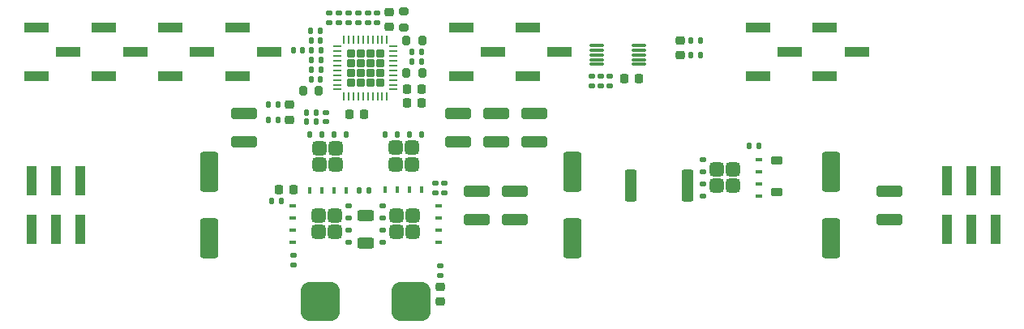
<source format=gtp>
G04 #@! TF.GenerationSoftware,KiCad,Pcbnew,8.0.7*
G04 #@! TF.CreationDate,2025-05-16T22:33:28-04:00*
G04 #@! TF.ProjectId,protovolt,70726f74-6f76-46f6-9c74-2e6b69636164,rev?*
G04 #@! TF.SameCoordinates,Original*
G04 #@! TF.FileFunction,Paste,Top*
G04 #@! TF.FilePolarity,Positive*
%FSLAX46Y46*%
G04 Gerber Fmt 4.6, Leading zero omitted, Abs format (unit mm)*
G04 Created by KiCad (PCBNEW 8.0.7) date 2025-05-16 22:33:28*
%MOMM*%
%LPD*%
G01*
G04 APERTURE LIST*
G04 Aperture macros list*
%AMRoundRect*
0 Rectangle with rounded corners*
0 $1 Rounding radius*
0 $2 $3 $4 $5 $6 $7 $8 $9 X,Y pos of 4 corners*
0 Add a 4 corners polygon primitive as box body*
4,1,4,$2,$3,$4,$5,$6,$7,$8,$9,$2,$3,0*
0 Add four circle primitives for the rounded corners*
1,1,$1+$1,$2,$3*
1,1,$1+$1,$4,$5*
1,1,$1+$1,$6,$7*
1,1,$1+$1,$8,$9*
0 Add four rect primitives between the rounded corners*
20,1,$1+$1,$2,$3,$4,$5,0*
20,1,$1+$1,$4,$5,$6,$7,0*
20,1,$1+$1,$6,$7,$8,$9,0*
20,1,$1+$1,$8,$9,$2,$3,0*%
%AMFreePoly0*
4,1,25,0.315006,0.425321,0.327546,0.414611,0.414611,0.327546,0.444099,0.269673,0.445393,0.253232,0.445393,-0.253232,0.425321,-0.315006,0.414611,-0.327546,0.327546,-0.414611,0.269673,-0.444099,0.253232,-0.445393,-0.253232,-0.445393,-0.315006,-0.425321,-0.327546,-0.414611,-0.414611,-0.327546,-0.444099,-0.269673,-0.445393,-0.253232,-0.445393,0.253232,-0.425321,0.315006,-0.414611,0.327546,
-0.327546,0.414611,-0.269673,0.444099,-0.253232,0.445393,0.253232,0.445393,0.315006,0.425321,0.315006,0.425321,$1*%
G04 Aperture macros list end*
%ADD10RoundRect,0.135000X0.135000X0.185000X-0.135000X0.185000X-0.135000X-0.185000X0.135000X-0.185000X0*%
%ADD11R,2.510000X1.000000*%
%ADD12RoundRect,0.140000X0.170000X-0.140000X0.170000X0.140000X-0.170000X0.140000X-0.170000X-0.140000X0*%
%ADD13R,1.000000X3.150000*%
%ADD14RoundRect,0.135000X0.185000X-0.135000X0.185000X0.135000X-0.185000X0.135000X-0.185000X-0.135000X0*%
%ADD15RoundRect,0.225000X0.250000X-0.225000X0.250000X0.225000X-0.250000X0.225000X-0.250000X-0.225000X0*%
%ADD16RoundRect,0.225000X-0.225000X-0.250000X0.225000X-0.250000X0.225000X0.250000X-0.225000X0.250000X0*%
%ADD17RoundRect,0.200000X0.200000X0.275000X-0.200000X0.275000X-0.200000X-0.275000X0.200000X-0.275000X0*%
%ADD18RoundRect,0.375000X0.375000X0.375000X-0.375000X0.375000X-0.375000X-0.375000X0.375000X-0.375000X0*%
%ADD19RoundRect,0.125000X0.250000X0.125000X-0.250000X0.125000X-0.250000X-0.125000X0.250000X-0.125000X0*%
%ADD20RoundRect,0.100000X0.275000X0.100000X-0.275000X0.100000X-0.275000X-0.100000X0.275000X-0.100000X0*%
%ADD21RoundRect,0.250000X-1.100000X0.325000X-1.100000X-0.325000X1.100000X-0.325000X1.100000X0.325000X0*%
%ADD22RoundRect,0.140000X0.140000X0.170000X-0.140000X0.170000X-0.140000X-0.170000X0.140000X-0.170000X0*%
%ADD23RoundRect,0.135000X-0.135000X-0.185000X0.135000X-0.185000X0.135000X0.185000X-0.135000X0.185000X0*%
%ADD24RoundRect,0.225000X-0.250000X0.225000X-0.250000X-0.225000X0.250000X-0.225000X0.250000X0.225000X0*%
%ADD25RoundRect,0.225000X0.225000X0.250000X-0.225000X0.250000X-0.225000X-0.250000X0.225000X-0.250000X0*%
%ADD26RoundRect,0.200000X-0.275000X0.200000X-0.275000X-0.200000X0.275000X-0.200000X0.275000X0.200000X0*%
%ADD27RoundRect,0.375000X-0.375000X-0.375000X0.375000X-0.375000X0.375000X0.375000X-0.375000X0.375000X0*%
%ADD28RoundRect,0.125000X-0.250000X-0.125000X0.250000X-0.125000X0.250000X0.125000X-0.250000X0.125000X0*%
%ADD29RoundRect,0.100000X-0.275000X-0.100000X0.275000X-0.100000X0.275000X0.100000X-0.275000X0.100000X0*%
%ADD30RoundRect,1.025000X-1.025000X-1.025000X1.025000X-1.025000X1.025000X1.025000X-1.025000X1.025000X0*%
%ADD31RoundRect,0.135000X-0.185000X0.135000X-0.185000X-0.135000X0.185000X-0.135000X0.185000X0.135000X0*%
%ADD32RoundRect,0.250000X-0.362500X-1.425000X0.362500X-1.425000X0.362500X1.425000X-0.362500X1.425000X0*%
%ADD33RoundRect,0.075000X-0.650000X-0.075000X0.650000X-0.075000X0.650000X0.075000X-0.650000X0.075000X0*%
%ADD34RoundRect,0.375000X0.375000X-0.375000X0.375000X0.375000X-0.375000X0.375000X-0.375000X-0.375000X0*%
%ADD35RoundRect,0.125000X0.125000X-0.250000X0.125000X0.250000X-0.125000X0.250000X-0.125000X-0.250000X0*%
%ADD36RoundRect,0.100000X0.100000X-0.275000X0.100000X0.275000X-0.100000X0.275000X-0.100000X-0.275000X0*%
%ADD37FreePoly0,270.000000*%
%ADD38RoundRect,0.062500X-0.062500X0.350000X-0.062500X-0.350000X0.062500X-0.350000X0.062500X0.350000X0*%
%ADD39RoundRect,0.062500X-0.350000X0.062500X-0.350000X-0.062500X0.350000X-0.062500X0.350000X0.062500X0*%
%ADD40RoundRect,0.250000X-0.625000X0.312500X-0.625000X-0.312500X0.625000X-0.312500X0.625000X0.312500X0*%
%ADD41RoundRect,0.250000X1.100000X-0.325000X1.100000X0.325000X-1.100000X0.325000X-1.100000X-0.325000X0*%
%ADD42RoundRect,0.225000X-0.375000X0.225000X-0.375000X-0.225000X0.375000X-0.225000X0.375000X0.225000X0*%
%ADD43RoundRect,0.250000X-0.700000X1.825000X-0.700000X-1.825000X0.700000X-1.825000X0.700000X1.825000X0*%
G04 APERTURE END LIST*
D10*
X213410000Y-113800000D03*
X212390000Y-113800000D03*
D11*
X182345000Y-101460000D03*
X185655000Y-104000000D03*
X182345000Y-106540000D03*
D12*
X173600000Y-100905000D03*
X173600000Y-99945000D03*
D13*
X238140000Y-117475000D03*
X238140000Y-122525000D03*
X235600000Y-117475000D03*
X235600000Y-122525000D03*
X233060000Y-117475000D03*
X233060000Y-122525000D03*
D14*
X180175000Y-127335000D03*
X180175000Y-126315000D03*
D15*
X180175000Y-130050000D03*
X180175000Y-128500000D03*
D16*
X176675000Y-109350000D03*
X178225000Y-109350000D03*
D17*
X167475000Y-108050000D03*
X165825000Y-108050000D03*
D18*
X210750000Y-118000000D03*
X210750000Y-116300000D03*
X209050000Y-118000000D03*
X209050000Y-116300000D03*
D19*
X207645000Y-119055000D03*
X207645000Y-117785000D03*
X207645000Y-116515000D03*
X207645000Y-115245000D03*
D20*
X213450000Y-119055000D03*
X213450000Y-117785000D03*
X213450000Y-116515000D03*
X213450000Y-115245000D03*
D21*
X227100000Y-118525000D03*
X227100000Y-121475000D03*
D22*
X165780000Y-103825000D03*
X164820000Y-103825000D03*
D23*
X166690000Y-104825000D03*
X167710000Y-104825000D03*
D24*
X205200000Y-102775000D03*
X205200000Y-104325000D03*
D11*
X189345000Y-101460000D03*
X192655000Y-104000000D03*
X189345000Y-106540000D03*
D21*
X184000000Y-118525000D03*
X184000000Y-121475000D03*
D25*
X172225000Y-110475000D03*
X170675000Y-110475000D03*
D13*
X137460000Y-122525000D03*
X137460000Y-117475000D03*
X140000000Y-122525000D03*
X140000000Y-117475000D03*
X142540000Y-122525000D03*
X142540000Y-117475000D03*
D26*
X176350000Y-99775000D03*
X176350000Y-101425000D03*
D23*
X177240000Y-104025000D03*
X178260000Y-104025000D03*
D27*
X167470000Y-121120000D03*
X167470000Y-122820000D03*
X169170000Y-121120000D03*
X169170000Y-122820000D03*
D28*
X170575000Y-120065000D03*
X170575000Y-121335000D03*
X170575000Y-122605000D03*
X170575000Y-123875000D03*
D29*
X164770000Y-120065000D03*
X164770000Y-121335000D03*
X164770000Y-122605000D03*
X164770000Y-123875000D03*
D16*
X176675000Y-107875000D03*
X178225000Y-107875000D03*
D22*
X167650000Y-102825000D03*
X166690000Y-102825000D03*
D30*
X167625000Y-130075000D03*
X177125000Y-130075000D03*
D31*
X179650000Y-117690000D03*
X179650000Y-118710000D03*
D32*
X200037500Y-118000000D03*
X205962500Y-118000000D03*
D14*
X196950000Y-107510000D03*
X196950000Y-106490000D03*
D33*
X196500000Y-103300000D03*
X196500000Y-103800000D03*
X196500000Y-104300000D03*
X196500000Y-104800000D03*
X196500000Y-105300000D03*
X200900000Y-105300000D03*
X200900000Y-104800000D03*
X200900000Y-104300000D03*
X200900000Y-103800000D03*
X200900000Y-103300000D03*
D18*
X177305000Y-122815000D03*
X177305000Y-121115000D03*
X175605000Y-122815000D03*
X175605000Y-121115000D03*
D19*
X174200000Y-123870000D03*
X174200000Y-122600000D03*
X174200000Y-121330000D03*
X174200000Y-120060000D03*
D20*
X180005000Y-123870000D03*
X180005000Y-122600000D03*
X180005000Y-121330000D03*
X180005000Y-120060000D03*
D14*
X164825000Y-126260000D03*
X164825000Y-125240000D03*
X172600000Y-100945000D03*
X172600000Y-99925000D03*
D34*
X175500000Y-115715000D03*
X177200000Y-115715000D03*
X175500000Y-114015000D03*
X177200000Y-114015000D03*
D35*
X174445000Y-112610000D03*
X175715000Y-112610000D03*
X176985000Y-112610000D03*
X178255000Y-112610000D03*
D36*
X174445000Y-118415000D03*
X175715000Y-118415000D03*
X176985000Y-118415000D03*
X178255000Y-118415000D03*
D10*
X172685000Y-118425000D03*
X171665000Y-118425000D03*
D37*
X173900000Y-104137500D03*
X172875000Y-104137500D03*
X171850000Y-104137500D03*
X170825000Y-104137500D03*
X173900000Y-105162500D03*
X172875000Y-105162500D03*
X171850000Y-105162500D03*
X170825000Y-105162500D03*
X173900000Y-106187500D03*
X172875000Y-106187500D03*
X171850000Y-106187500D03*
X170825000Y-106187500D03*
X173900000Y-107212500D03*
X172875000Y-107212500D03*
X171850000Y-107212500D03*
X170825000Y-107212500D03*
D38*
X174612500Y-102737500D03*
X174112500Y-102737500D03*
X173612500Y-102737500D03*
X173112500Y-102737500D03*
X172612500Y-102737500D03*
X172112500Y-102737500D03*
X171612500Y-102737500D03*
X171112500Y-102737500D03*
X170612500Y-102737500D03*
X170112500Y-102737500D03*
D39*
X169425000Y-103425000D03*
X169425000Y-103925000D03*
X169425000Y-104425000D03*
X169425000Y-104925000D03*
X169425000Y-105425000D03*
X169425000Y-105925000D03*
X169425000Y-106425000D03*
X169425000Y-106925000D03*
X169425000Y-107425000D03*
X169425000Y-107925000D03*
D38*
X170112500Y-108612500D03*
X170612500Y-108612500D03*
X171112500Y-108612500D03*
X171612500Y-108612500D03*
X172112500Y-108612500D03*
X172612500Y-108612500D03*
X173112500Y-108612500D03*
X173612500Y-108612500D03*
X174112500Y-108612500D03*
X174612500Y-108612500D03*
D39*
X175300000Y-107925000D03*
X175300000Y-107425000D03*
X175300000Y-106925000D03*
X175300000Y-106425000D03*
X175300000Y-105925000D03*
X175300000Y-105425000D03*
X175300000Y-104925000D03*
X175300000Y-104425000D03*
X175300000Y-103925000D03*
X175300000Y-103425000D03*
D14*
X170600000Y-100945000D03*
X170600000Y-99925000D03*
D10*
X167257500Y-111305000D03*
X166237500Y-111305000D03*
D23*
X177230000Y-105025000D03*
X178250000Y-105025000D03*
X206365000Y-102775000D03*
X207385000Y-102775000D03*
D40*
X172375000Y-121062500D03*
X172375000Y-123987500D03*
D31*
X168600000Y-99940000D03*
X168600000Y-100960000D03*
D41*
X186000000Y-113375000D03*
X186000000Y-110425000D03*
X190000000Y-113375000D03*
X190000000Y-110425000D03*
D17*
X178300000Y-102825000D03*
X176650000Y-102825000D03*
D12*
X168237500Y-111310000D03*
X168237500Y-110350000D03*
D42*
X215300000Y-115350000D03*
X215300000Y-118650000D03*
D24*
X164450000Y-109525000D03*
X164450000Y-111075000D03*
D14*
X197900000Y-107510000D03*
X197900000Y-106490000D03*
D11*
X138000000Y-101460000D03*
X141310000Y-104000000D03*
X138000000Y-106540000D03*
D14*
X196000000Y-107510000D03*
X196000000Y-106490000D03*
D10*
X163260000Y-111100000D03*
X162240000Y-111100000D03*
D43*
X221000000Y-116525000D03*
X221000000Y-123475000D03*
X194000000Y-116525000D03*
X194000000Y-123475000D03*
D25*
X164875000Y-118400000D03*
X163325000Y-118400000D03*
D11*
X220345000Y-101460000D03*
X223655000Y-104000000D03*
X220345000Y-106540000D03*
D10*
X167690000Y-103825000D03*
X166670000Y-103825000D03*
X163260000Y-109500000D03*
X162240000Y-109500000D03*
D11*
X159000000Y-101460000D03*
X162310000Y-104000000D03*
X159000000Y-106540000D03*
D23*
X162590000Y-119600000D03*
X163610000Y-119600000D03*
D34*
X167570000Y-115725000D03*
X169270000Y-115725000D03*
X167570000Y-114025000D03*
X169270000Y-114025000D03*
D35*
X166515000Y-112620000D03*
X167785000Y-112620000D03*
X169055000Y-112620000D03*
X170325000Y-112620000D03*
D36*
X166515000Y-118425000D03*
X167785000Y-118425000D03*
X169055000Y-118425000D03*
X170325000Y-118425000D03*
D14*
X171600000Y-100945000D03*
X171600000Y-99925000D03*
D31*
X180600000Y-117690000D03*
X180600000Y-118710000D03*
D22*
X167675000Y-106825000D03*
X166715000Y-106825000D03*
D11*
X152000000Y-101460000D03*
X155310000Y-104000000D03*
X152000000Y-106540000D03*
D10*
X167670000Y-101825000D03*
X166650000Y-101825000D03*
D15*
X174850000Y-101375000D03*
X174850000Y-99825000D03*
D43*
X156000000Y-116525000D03*
X156000000Y-123475000D03*
D17*
X178275000Y-106225000D03*
X176625000Y-106225000D03*
D11*
X145000000Y-101460000D03*
X148310000Y-104000000D03*
X145000000Y-106540000D03*
D25*
X200900000Y-106775000D03*
X199350000Y-106775000D03*
D41*
X182000000Y-113375000D03*
X182000000Y-110425000D03*
D23*
X206365000Y-104325000D03*
X207385000Y-104325000D03*
X166690000Y-105825000D03*
X167710000Y-105825000D03*
D10*
X167257500Y-110350000D03*
X166237500Y-110350000D03*
D11*
X213345000Y-101460000D03*
X216655000Y-104000000D03*
X213345000Y-106540000D03*
D41*
X159700000Y-113375000D03*
X159700000Y-110425000D03*
D12*
X169600000Y-100905000D03*
X169600000Y-99945000D03*
D21*
X188000000Y-118525000D03*
X188000000Y-121475000D03*
M02*

</source>
